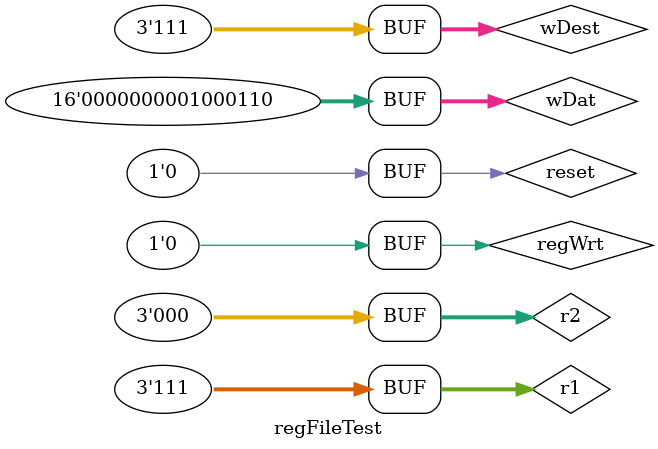
<source format=v>
`timescale 1ns / 1ps


module regFileTest;

	// Inputs
	reg [2:0] r1;
	reg [2:0] r2;
	reg [2:0] wDest;
	reg [15:0] wDat;
	reg regWrt;
	reg reset;

	// Outputs
	wire [15:0] r1out;
	wire [15:0] r2out;
	wire [15:0] mainReg;

	// Instantiate the Unit Under Test (UUT)
	regFile16bit8reg uut (
		.r1(r1), 
		.r2(r2), 
		.wDest(wDest), 
		.wDat(wDat), 
		.regWrt(regWrt), 
		.reset(reset), 
		.r1out(r1out), 
		.r2out(r2out), 
		.m(mainReg)
	);

	initial begin
		// Initialize Inputs
		r1 = 0;
		r2 = 0;
		wDest = 0;
		wDat = 0;
		regWrt = 0;
		reset = 0;

		// Wait 100 ns for global reset to finish
		#100;
		
		reset = 1; #10; reset = 0; #10;
		
		regWrt = 1;
		wDat = 1; wDest = 1; #10;
		wDat = 2; wDest = 2; #10;
		wDat = 3; wDest = 3; #10;
		wDat = 4; wDest = 4; #10;
		wDat = 5; wDest = 5; #10;
		wDat = 6; wDest = 6; #10;
		wDat = 7; wDest = 7; #10;
		regWrt = 0;
		wDat = 10; wDest = 1; #10;
		wDat = 20; wDest = 2; #10;
		wDat = 30; wDest = 3; #10;
		wDat = 40; wDest = 4; #10;
		wDat = 50; wDest = 5; #10;
		wDat = 60; wDest = 6; #10;
		wDat = 70; wDest = 7; #10;
		r1 = 0; r2 = 7; #10;
		r1 = 1; r2 = 6; #10;
		r1 = 2; r2 = 5; #10;
		r1 = 3; r2 = 4; #10;
		r1 = 4; r2 = 3; #10;
		r1 = 5; r2 = 2; #10;
		r1 = 6; r2 = 1; #10;
		r1 = 7; r2 = 0; #10;
        
		// Add stimulus here

	end
      
endmodule


</source>
